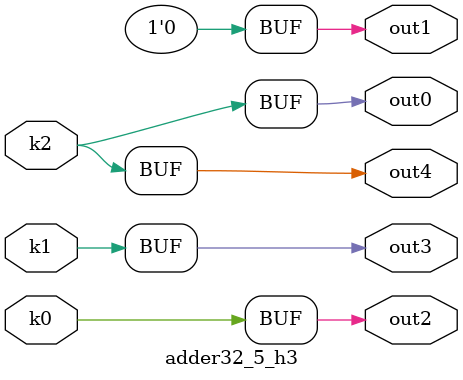
<source format=v>
module adder32_5(pi0, pi1, pi2, pi3, pi4, pi5, pi6, pi7, pi8, po0, po1, po2, po3, po4);
input pi0, pi1, pi2, pi3, pi4, pi5, pi6, pi7, pi8;
output po0, po1, po2, po3, po4;
wire k0, k1, k2;
adder32_5_w3 DUT1 (pi0, pi1, pi2, pi3, pi4, pi5, pi6, pi7, pi8, k0, k1, k2);
adder32_5_h3 DUT2 (k0, k1, k2, po0, po1, po2, po3, po4);
endmodule

module adder32_5_w3(in8, in7, in6, in5, in4, in3, in2, in1, in0, k2, k1, k0);
input in8, in7, in6, in5, in4, in3, in2, in1, in0;
output k2, k1, k0;
assign k0 =   ((in6 ^ in2) & ((((in8 & (in4 | ~in0)) | (in4 & ~in0)) & (in7 | in3)) | (in7 & in3))) | (((~in4 & in0) | (~in8 & (~in4 | in0))) & (~in7 | ~in3) & (~in6 ^ in2)) | (~in7 & ~in3 & (~in6 ^ in2));
assign k1 =   ((in7 ^ in3) & ((in8 & (in4 | ~in0)) | (in4 & ~in0))) | (((~in4 & in0) | (~in8 & (~in4 | in0))) & (~in7 ^ in3));
assign k2 =   in8 ? (in4 ^ in0) : (~in4 ^ in0);
endmodule

module adder32_5_h3(k2, k1, k0, out4, out3, out2, out1, out0);
input k2, k1, k0;
output out4, out3, out2, out1, out0;
assign out0 = k2;
assign out1 = 0;
assign out2 = k0;
assign out3 = k1;
assign out4 = k2;
endmodule

</source>
